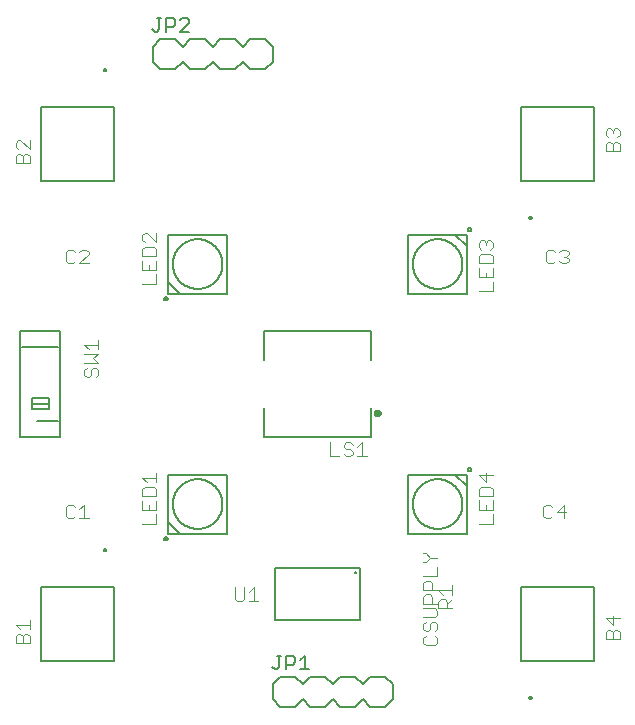
<source format=gbr>
G04 EAGLE Gerber RS-274X export*
G75*
%MOMM*%
%FSLAX34Y34*%
%LPD*%
%INSilkscreen Top*%
%IPPOS*%
%AMOC8*
5,1,8,0,0,1.08239X$1,22.5*%
G01*
%ADD10C,0.101600*%
%ADD11C,0.203200*%
%ADD12C,0.127000*%
%ADD13C,0.300000*%
%ADD14C,0.200000*%


D10*
X99216Y200753D02*
X97267Y202702D01*
X93369Y202702D01*
X91420Y200753D01*
X91420Y192957D01*
X93369Y191008D01*
X97267Y191008D01*
X99216Y192957D01*
X103114Y198804D02*
X107012Y202702D01*
X107012Y191008D01*
X103114Y191008D02*
X110910Y191008D01*
X99216Y416653D02*
X97267Y418602D01*
X93369Y418602D01*
X91420Y416653D01*
X91420Y408857D01*
X93369Y406908D01*
X97267Y406908D01*
X99216Y408857D01*
X103114Y406908D02*
X110910Y406908D01*
X103114Y406908D02*
X110910Y414704D01*
X110910Y416653D01*
X108961Y418602D01*
X105063Y418602D01*
X103114Y416653D01*
X503667Y418602D02*
X505616Y416653D01*
X503667Y418602D02*
X499769Y418602D01*
X497820Y416653D01*
X497820Y408857D01*
X499769Y406908D01*
X503667Y406908D01*
X505616Y408857D01*
X509514Y416653D02*
X511463Y418602D01*
X515361Y418602D01*
X517310Y416653D01*
X517310Y414704D01*
X515361Y412755D01*
X513412Y412755D01*
X515361Y412755D02*
X517310Y410806D01*
X517310Y408857D01*
X515361Y406908D01*
X511463Y406908D01*
X509514Y408857D01*
X501655Y202702D02*
X503604Y200753D01*
X501655Y202702D02*
X497757Y202702D01*
X495808Y200753D01*
X495808Y192957D01*
X497757Y191008D01*
X501655Y191008D01*
X503604Y192957D01*
X513349Y191008D02*
X513349Y202702D01*
X507502Y196855D01*
X515298Y196855D01*
X396147Y91546D02*
X394198Y89597D01*
X394198Y85699D01*
X396147Y83750D01*
X403943Y83750D01*
X405892Y85699D01*
X405892Y89597D01*
X403943Y91546D01*
X394198Y101291D02*
X396147Y103240D01*
X394198Y101291D02*
X394198Y97393D01*
X396147Y95444D01*
X398096Y95444D01*
X400045Y97393D01*
X400045Y101291D01*
X401994Y103240D01*
X403943Y103240D01*
X405892Y101291D01*
X405892Y97393D01*
X403943Y95444D01*
X403943Y107138D02*
X394198Y107138D01*
X403943Y107138D02*
X405892Y109087D01*
X405892Y112985D01*
X403943Y114934D01*
X394198Y114934D01*
X394198Y118832D02*
X405892Y118832D01*
X394198Y118832D02*
X394198Y124679D01*
X396147Y126628D01*
X400045Y126628D01*
X401994Y124679D01*
X401994Y118832D01*
X405892Y130526D02*
X394198Y130526D01*
X394198Y136373D01*
X396147Y138322D01*
X400045Y138322D01*
X401994Y136373D01*
X401994Y130526D01*
X405892Y142220D02*
X394198Y142220D01*
X405892Y142220D02*
X405892Y150016D01*
X396147Y153914D02*
X394198Y153914D01*
X396147Y153914D02*
X400045Y157812D01*
X396147Y161710D01*
X394198Y161710D01*
X400045Y157812D02*
X405892Y157812D01*
D11*
X361950Y57150D02*
X349250Y57150D01*
X361950Y57150D02*
X368300Y50800D01*
X368300Y38100D02*
X361950Y31750D01*
X323850Y57150D02*
X317500Y50800D01*
X323850Y57150D02*
X336550Y57150D01*
X342900Y50800D01*
X342900Y38100D02*
X336550Y31750D01*
X323850Y31750D01*
X317500Y38100D01*
X342900Y50800D02*
X349250Y57150D01*
X342900Y38100D02*
X349250Y31750D01*
X361950Y31750D01*
X285750Y57150D02*
X273050Y57150D01*
X285750Y57150D02*
X292100Y50800D01*
X292100Y38100D02*
X285750Y31750D01*
X292100Y50800D02*
X298450Y57150D01*
X311150Y57150D01*
X317500Y50800D01*
X317500Y38100D02*
X311150Y31750D01*
X298450Y31750D01*
X292100Y38100D01*
X266700Y38100D02*
X266700Y50800D01*
X273050Y57150D01*
X266700Y38100D02*
X273050Y31750D01*
X285750Y31750D01*
X368300Y38100D02*
X368300Y50800D01*
D12*
X268480Y63373D02*
X266573Y65280D01*
X268480Y63373D02*
X270386Y63373D01*
X272293Y65280D01*
X272293Y74813D01*
X270386Y74813D02*
X274200Y74813D01*
X278267Y74813D02*
X278267Y63373D01*
X278267Y74813D02*
X283987Y74813D01*
X285893Y72906D01*
X285893Y69093D01*
X283987Y67186D01*
X278267Y67186D01*
X289961Y71000D02*
X293774Y74813D01*
X293774Y63373D01*
X289961Y63373D02*
X297587Y63373D01*
X228200Y178200D02*
X228200Y228200D01*
X228200Y178200D02*
X188200Y178200D01*
X178200Y178200D01*
X178200Y188200D01*
X178200Y228200D01*
X228200Y228200D01*
X178200Y188200D02*
X188200Y178200D01*
X174906Y173860D02*
X174908Y173935D01*
X174914Y174009D01*
X174924Y174083D01*
X174937Y174156D01*
X174955Y174229D01*
X174976Y174300D01*
X175001Y174371D01*
X175030Y174440D01*
X175063Y174507D01*
X175099Y174572D01*
X175138Y174636D01*
X175180Y174697D01*
X175226Y174756D01*
X175275Y174813D01*
X175327Y174866D01*
X175381Y174917D01*
X175438Y174966D01*
X175498Y175010D01*
X175560Y175052D01*
X175624Y175091D01*
X175690Y175126D01*
X175757Y175157D01*
X175827Y175185D01*
X175897Y175209D01*
X175969Y175230D01*
X176042Y175246D01*
X176115Y175259D01*
X176190Y175268D01*
X176264Y175273D01*
X176339Y175274D01*
X176413Y175271D01*
X176488Y175264D01*
X176561Y175253D01*
X176635Y175239D01*
X176707Y175220D01*
X176778Y175198D01*
X176848Y175172D01*
X176917Y175142D01*
X176983Y175109D01*
X177048Y175072D01*
X177111Y175032D01*
X177172Y174988D01*
X177230Y174942D01*
X177286Y174892D01*
X177339Y174840D01*
X177390Y174785D01*
X177437Y174727D01*
X177481Y174667D01*
X177522Y174604D01*
X177560Y174540D01*
X177594Y174474D01*
X177625Y174405D01*
X177652Y174336D01*
X177675Y174265D01*
X177694Y174193D01*
X177710Y174120D01*
X177722Y174046D01*
X177730Y173972D01*
X177734Y173897D01*
X177734Y173823D01*
X177730Y173748D01*
X177722Y173674D01*
X177710Y173600D01*
X177694Y173527D01*
X177675Y173455D01*
X177652Y173384D01*
X177625Y173315D01*
X177594Y173246D01*
X177560Y173180D01*
X177522Y173116D01*
X177481Y173053D01*
X177437Y172993D01*
X177390Y172935D01*
X177339Y172880D01*
X177286Y172828D01*
X177230Y172778D01*
X177172Y172732D01*
X177111Y172688D01*
X177048Y172648D01*
X176983Y172611D01*
X176917Y172578D01*
X176848Y172548D01*
X176778Y172522D01*
X176707Y172500D01*
X176635Y172481D01*
X176561Y172467D01*
X176488Y172456D01*
X176413Y172449D01*
X176339Y172446D01*
X176264Y172447D01*
X176190Y172452D01*
X176115Y172461D01*
X176042Y172474D01*
X175969Y172490D01*
X175897Y172511D01*
X175827Y172535D01*
X175757Y172563D01*
X175690Y172594D01*
X175624Y172629D01*
X175560Y172668D01*
X175498Y172710D01*
X175438Y172754D01*
X175381Y172803D01*
X175327Y172854D01*
X175275Y172907D01*
X175226Y172964D01*
X175180Y173023D01*
X175138Y173084D01*
X175099Y173148D01*
X175063Y173213D01*
X175030Y173280D01*
X175001Y173349D01*
X174976Y173420D01*
X174955Y173491D01*
X174937Y173564D01*
X174924Y173637D01*
X174914Y173711D01*
X174908Y173785D01*
X174906Y173860D01*
X182200Y203200D02*
X182206Y203715D01*
X182225Y204230D01*
X182257Y204745D01*
X182301Y205258D01*
X182358Y205771D01*
X182427Y206281D01*
X182509Y206790D01*
X182604Y207297D01*
X182710Y207801D01*
X182829Y208303D01*
X182961Y208801D01*
X183104Y209296D01*
X183260Y209787D01*
X183428Y210275D01*
X183607Y210758D01*
X183799Y211236D01*
X184002Y211710D01*
X184216Y212179D01*
X184442Y212642D01*
X184680Y213099D01*
X184928Y213551D01*
X185188Y213996D01*
X185458Y214435D01*
X185739Y214867D01*
X186031Y215292D01*
X186333Y215710D01*
X186645Y216120D01*
X186967Y216522D01*
X187299Y216917D01*
X187640Y217303D01*
X187991Y217680D01*
X188351Y218049D01*
X188720Y218409D01*
X189097Y218760D01*
X189483Y219101D01*
X189878Y219433D01*
X190280Y219755D01*
X190690Y220067D01*
X191108Y220369D01*
X191533Y220661D01*
X191965Y220942D01*
X192404Y221212D01*
X192849Y221472D01*
X193301Y221720D01*
X193758Y221958D01*
X194221Y222184D01*
X194690Y222398D01*
X195164Y222601D01*
X195642Y222793D01*
X196125Y222972D01*
X196613Y223140D01*
X197104Y223296D01*
X197599Y223439D01*
X198097Y223571D01*
X198599Y223690D01*
X199103Y223796D01*
X199610Y223891D01*
X200119Y223973D01*
X200629Y224042D01*
X201142Y224099D01*
X201655Y224143D01*
X202170Y224175D01*
X202685Y224194D01*
X203200Y224200D01*
X203715Y224194D01*
X204230Y224175D01*
X204745Y224143D01*
X205258Y224099D01*
X205771Y224042D01*
X206281Y223973D01*
X206790Y223891D01*
X207297Y223796D01*
X207801Y223690D01*
X208303Y223571D01*
X208801Y223439D01*
X209296Y223296D01*
X209787Y223140D01*
X210275Y222972D01*
X210758Y222793D01*
X211236Y222601D01*
X211710Y222398D01*
X212179Y222184D01*
X212642Y221958D01*
X213099Y221720D01*
X213551Y221472D01*
X213996Y221212D01*
X214435Y220942D01*
X214867Y220661D01*
X215292Y220369D01*
X215710Y220067D01*
X216120Y219755D01*
X216522Y219433D01*
X216917Y219101D01*
X217303Y218760D01*
X217680Y218409D01*
X218049Y218049D01*
X218409Y217680D01*
X218760Y217303D01*
X219101Y216917D01*
X219433Y216522D01*
X219755Y216120D01*
X220067Y215710D01*
X220369Y215292D01*
X220661Y214867D01*
X220942Y214435D01*
X221212Y213996D01*
X221472Y213551D01*
X221720Y213099D01*
X221958Y212642D01*
X222184Y212179D01*
X222398Y211710D01*
X222601Y211236D01*
X222793Y210758D01*
X222972Y210275D01*
X223140Y209787D01*
X223296Y209296D01*
X223439Y208801D01*
X223571Y208303D01*
X223690Y207801D01*
X223796Y207297D01*
X223891Y206790D01*
X223973Y206281D01*
X224042Y205771D01*
X224099Y205258D01*
X224143Y204745D01*
X224175Y204230D01*
X224194Y203715D01*
X224200Y203200D01*
X224194Y202685D01*
X224175Y202170D01*
X224143Y201655D01*
X224099Y201142D01*
X224042Y200629D01*
X223973Y200119D01*
X223891Y199610D01*
X223796Y199103D01*
X223690Y198599D01*
X223571Y198097D01*
X223439Y197599D01*
X223296Y197104D01*
X223140Y196613D01*
X222972Y196125D01*
X222793Y195642D01*
X222601Y195164D01*
X222398Y194690D01*
X222184Y194221D01*
X221958Y193758D01*
X221720Y193301D01*
X221472Y192849D01*
X221212Y192404D01*
X220942Y191965D01*
X220661Y191533D01*
X220369Y191108D01*
X220067Y190690D01*
X219755Y190280D01*
X219433Y189878D01*
X219101Y189483D01*
X218760Y189097D01*
X218409Y188720D01*
X218049Y188351D01*
X217680Y187991D01*
X217303Y187640D01*
X216917Y187299D01*
X216522Y186967D01*
X216120Y186645D01*
X215710Y186333D01*
X215292Y186031D01*
X214867Y185739D01*
X214435Y185458D01*
X213996Y185188D01*
X213551Y184928D01*
X213099Y184680D01*
X212642Y184442D01*
X212179Y184216D01*
X211710Y184002D01*
X211236Y183799D01*
X210758Y183607D01*
X210275Y183428D01*
X209787Y183260D01*
X209296Y183104D01*
X208801Y182961D01*
X208303Y182829D01*
X207801Y182710D01*
X207297Y182604D01*
X206790Y182509D01*
X206281Y182427D01*
X205771Y182358D01*
X205258Y182301D01*
X204745Y182257D01*
X204230Y182225D01*
X203715Y182206D01*
X203200Y182200D01*
X202685Y182206D01*
X202170Y182225D01*
X201655Y182257D01*
X201142Y182301D01*
X200629Y182358D01*
X200119Y182427D01*
X199610Y182509D01*
X199103Y182604D01*
X198599Y182710D01*
X198097Y182829D01*
X197599Y182961D01*
X197104Y183104D01*
X196613Y183260D01*
X196125Y183428D01*
X195642Y183607D01*
X195164Y183799D01*
X194690Y184002D01*
X194221Y184216D01*
X193758Y184442D01*
X193301Y184680D01*
X192849Y184928D01*
X192404Y185188D01*
X191965Y185458D01*
X191533Y185739D01*
X191108Y186031D01*
X190690Y186333D01*
X190280Y186645D01*
X189878Y186967D01*
X189483Y187299D01*
X189097Y187640D01*
X188720Y187991D01*
X188351Y188351D01*
X187991Y188720D01*
X187640Y189097D01*
X187299Y189483D01*
X186967Y189878D01*
X186645Y190280D01*
X186333Y190690D01*
X186031Y191108D01*
X185739Y191533D01*
X185458Y191965D01*
X185188Y192404D01*
X184928Y192849D01*
X184680Y193301D01*
X184442Y193758D01*
X184216Y194221D01*
X184002Y194690D01*
X183799Y195164D01*
X183607Y195642D01*
X183428Y196125D01*
X183260Y196613D01*
X183104Y197104D01*
X182961Y197599D01*
X182829Y198097D01*
X182710Y198599D01*
X182604Y199103D01*
X182509Y199610D01*
X182427Y200119D01*
X182358Y200629D01*
X182301Y201142D01*
X182257Y201655D01*
X182225Y202170D01*
X182206Y202685D01*
X182200Y203200D01*
D10*
X168192Y186632D02*
X156498Y186632D01*
X168192Y186632D02*
X168192Y194428D01*
X156498Y198326D02*
X156498Y206122D01*
X156498Y198326D02*
X168192Y198326D01*
X168192Y206122D01*
X162345Y202224D02*
X162345Y198326D01*
X156498Y210020D02*
X168192Y210020D01*
X168192Y215867D01*
X166243Y217816D01*
X158447Y217816D01*
X156498Y215867D01*
X156498Y210020D01*
X160396Y221714D02*
X156498Y225612D01*
X168192Y225612D01*
X168192Y221714D02*
X168192Y229510D01*
D12*
X228200Y381400D02*
X228200Y431400D01*
X228200Y381400D02*
X188200Y381400D01*
X178200Y381400D01*
X178200Y391400D01*
X178200Y431400D01*
X228200Y431400D01*
X178200Y391400D02*
X188200Y381400D01*
X174906Y377060D02*
X174908Y377135D01*
X174914Y377209D01*
X174924Y377283D01*
X174937Y377356D01*
X174955Y377429D01*
X174976Y377500D01*
X175001Y377571D01*
X175030Y377640D01*
X175063Y377707D01*
X175099Y377772D01*
X175138Y377836D01*
X175180Y377897D01*
X175226Y377956D01*
X175275Y378013D01*
X175327Y378066D01*
X175381Y378117D01*
X175438Y378166D01*
X175498Y378210D01*
X175560Y378252D01*
X175624Y378291D01*
X175690Y378326D01*
X175757Y378357D01*
X175827Y378385D01*
X175897Y378409D01*
X175969Y378430D01*
X176042Y378446D01*
X176115Y378459D01*
X176190Y378468D01*
X176264Y378473D01*
X176339Y378474D01*
X176413Y378471D01*
X176488Y378464D01*
X176561Y378453D01*
X176635Y378439D01*
X176707Y378420D01*
X176778Y378398D01*
X176848Y378372D01*
X176917Y378342D01*
X176983Y378309D01*
X177048Y378272D01*
X177111Y378232D01*
X177172Y378188D01*
X177230Y378142D01*
X177286Y378092D01*
X177339Y378040D01*
X177390Y377985D01*
X177437Y377927D01*
X177481Y377867D01*
X177522Y377804D01*
X177560Y377740D01*
X177594Y377674D01*
X177625Y377605D01*
X177652Y377536D01*
X177675Y377465D01*
X177694Y377393D01*
X177710Y377320D01*
X177722Y377246D01*
X177730Y377172D01*
X177734Y377097D01*
X177734Y377023D01*
X177730Y376948D01*
X177722Y376874D01*
X177710Y376800D01*
X177694Y376727D01*
X177675Y376655D01*
X177652Y376584D01*
X177625Y376515D01*
X177594Y376446D01*
X177560Y376380D01*
X177522Y376316D01*
X177481Y376253D01*
X177437Y376193D01*
X177390Y376135D01*
X177339Y376080D01*
X177286Y376028D01*
X177230Y375978D01*
X177172Y375932D01*
X177111Y375888D01*
X177048Y375848D01*
X176983Y375811D01*
X176917Y375778D01*
X176848Y375748D01*
X176778Y375722D01*
X176707Y375700D01*
X176635Y375681D01*
X176561Y375667D01*
X176488Y375656D01*
X176413Y375649D01*
X176339Y375646D01*
X176264Y375647D01*
X176190Y375652D01*
X176115Y375661D01*
X176042Y375674D01*
X175969Y375690D01*
X175897Y375711D01*
X175827Y375735D01*
X175757Y375763D01*
X175690Y375794D01*
X175624Y375829D01*
X175560Y375868D01*
X175498Y375910D01*
X175438Y375954D01*
X175381Y376003D01*
X175327Y376054D01*
X175275Y376107D01*
X175226Y376164D01*
X175180Y376223D01*
X175138Y376284D01*
X175099Y376348D01*
X175063Y376413D01*
X175030Y376480D01*
X175001Y376549D01*
X174976Y376620D01*
X174955Y376691D01*
X174937Y376764D01*
X174924Y376837D01*
X174914Y376911D01*
X174908Y376985D01*
X174906Y377060D01*
X182200Y406400D02*
X182206Y406915D01*
X182225Y407430D01*
X182257Y407945D01*
X182301Y408458D01*
X182358Y408971D01*
X182427Y409481D01*
X182509Y409990D01*
X182604Y410497D01*
X182710Y411001D01*
X182829Y411503D01*
X182961Y412001D01*
X183104Y412496D01*
X183260Y412987D01*
X183428Y413475D01*
X183607Y413958D01*
X183799Y414436D01*
X184002Y414910D01*
X184216Y415379D01*
X184442Y415842D01*
X184680Y416299D01*
X184928Y416751D01*
X185188Y417196D01*
X185458Y417635D01*
X185739Y418067D01*
X186031Y418492D01*
X186333Y418910D01*
X186645Y419320D01*
X186967Y419722D01*
X187299Y420117D01*
X187640Y420503D01*
X187991Y420880D01*
X188351Y421249D01*
X188720Y421609D01*
X189097Y421960D01*
X189483Y422301D01*
X189878Y422633D01*
X190280Y422955D01*
X190690Y423267D01*
X191108Y423569D01*
X191533Y423861D01*
X191965Y424142D01*
X192404Y424412D01*
X192849Y424672D01*
X193301Y424920D01*
X193758Y425158D01*
X194221Y425384D01*
X194690Y425598D01*
X195164Y425801D01*
X195642Y425993D01*
X196125Y426172D01*
X196613Y426340D01*
X197104Y426496D01*
X197599Y426639D01*
X198097Y426771D01*
X198599Y426890D01*
X199103Y426996D01*
X199610Y427091D01*
X200119Y427173D01*
X200629Y427242D01*
X201142Y427299D01*
X201655Y427343D01*
X202170Y427375D01*
X202685Y427394D01*
X203200Y427400D01*
X203715Y427394D01*
X204230Y427375D01*
X204745Y427343D01*
X205258Y427299D01*
X205771Y427242D01*
X206281Y427173D01*
X206790Y427091D01*
X207297Y426996D01*
X207801Y426890D01*
X208303Y426771D01*
X208801Y426639D01*
X209296Y426496D01*
X209787Y426340D01*
X210275Y426172D01*
X210758Y425993D01*
X211236Y425801D01*
X211710Y425598D01*
X212179Y425384D01*
X212642Y425158D01*
X213099Y424920D01*
X213551Y424672D01*
X213996Y424412D01*
X214435Y424142D01*
X214867Y423861D01*
X215292Y423569D01*
X215710Y423267D01*
X216120Y422955D01*
X216522Y422633D01*
X216917Y422301D01*
X217303Y421960D01*
X217680Y421609D01*
X218049Y421249D01*
X218409Y420880D01*
X218760Y420503D01*
X219101Y420117D01*
X219433Y419722D01*
X219755Y419320D01*
X220067Y418910D01*
X220369Y418492D01*
X220661Y418067D01*
X220942Y417635D01*
X221212Y417196D01*
X221472Y416751D01*
X221720Y416299D01*
X221958Y415842D01*
X222184Y415379D01*
X222398Y414910D01*
X222601Y414436D01*
X222793Y413958D01*
X222972Y413475D01*
X223140Y412987D01*
X223296Y412496D01*
X223439Y412001D01*
X223571Y411503D01*
X223690Y411001D01*
X223796Y410497D01*
X223891Y409990D01*
X223973Y409481D01*
X224042Y408971D01*
X224099Y408458D01*
X224143Y407945D01*
X224175Y407430D01*
X224194Y406915D01*
X224200Y406400D01*
X224194Y405885D01*
X224175Y405370D01*
X224143Y404855D01*
X224099Y404342D01*
X224042Y403829D01*
X223973Y403319D01*
X223891Y402810D01*
X223796Y402303D01*
X223690Y401799D01*
X223571Y401297D01*
X223439Y400799D01*
X223296Y400304D01*
X223140Y399813D01*
X222972Y399325D01*
X222793Y398842D01*
X222601Y398364D01*
X222398Y397890D01*
X222184Y397421D01*
X221958Y396958D01*
X221720Y396501D01*
X221472Y396049D01*
X221212Y395604D01*
X220942Y395165D01*
X220661Y394733D01*
X220369Y394308D01*
X220067Y393890D01*
X219755Y393480D01*
X219433Y393078D01*
X219101Y392683D01*
X218760Y392297D01*
X218409Y391920D01*
X218049Y391551D01*
X217680Y391191D01*
X217303Y390840D01*
X216917Y390499D01*
X216522Y390167D01*
X216120Y389845D01*
X215710Y389533D01*
X215292Y389231D01*
X214867Y388939D01*
X214435Y388658D01*
X213996Y388388D01*
X213551Y388128D01*
X213099Y387880D01*
X212642Y387642D01*
X212179Y387416D01*
X211710Y387202D01*
X211236Y386999D01*
X210758Y386807D01*
X210275Y386628D01*
X209787Y386460D01*
X209296Y386304D01*
X208801Y386161D01*
X208303Y386029D01*
X207801Y385910D01*
X207297Y385804D01*
X206790Y385709D01*
X206281Y385627D01*
X205771Y385558D01*
X205258Y385501D01*
X204745Y385457D01*
X204230Y385425D01*
X203715Y385406D01*
X203200Y385400D01*
X202685Y385406D01*
X202170Y385425D01*
X201655Y385457D01*
X201142Y385501D01*
X200629Y385558D01*
X200119Y385627D01*
X199610Y385709D01*
X199103Y385804D01*
X198599Y385910D01*
X198097Y386029D01*
X197599Y386161D01*
X197104Y386304D01*
X196613Y386460D01*
X196125Y386628D01*
X195642Y386807D01*
X195164Y386999D01*
X194690Y387202D01*
X194221Y387416D01*
X193758Y387642D01*
X193301Y387880D01*
X192849Y388128D01*
X192404Y388388D01*
X191965Y388658D01*
X191533Y388939D01*
X191108Y389231D01*
X190690Y389533D01*
X190280Y389845D01*
X189878Y390167D01*
X189483Y390499D01*
X189097Y390840D01*
X188720Y391191D01*
X188351Y391551D01*
X187991Y391920D01*
X187640Y392297D01*
X187299Y392683D01*
X186967Y393078D01*
X186645Y393480D01*
X186333Y393890D01*
X186031Y394308D01*
X185739Y394733D01*
X185458Y395165D01*
X185188Y395604D01*
X184928Y396049D01*
X184680Y396501D01*
X184442Y396958D01*
X184216Y397421D01*
X184002Y397890D01*
X183799Y398364D01*
X183607Y398842D01*
X183428Y399325D01*
X183260Y399813D01*
X183104Y400304D01*
X182961Y400799D01*
X182829Y401297D01*
X182710Y401799D01*
X182604Y402303D01*
X182509Y402810D01*
X182427Y403319D01*
X182358Y403829D01*
X182301Y404342D01*
X182257Y404855D01*
X182225Y405370D01*
X182206Y405885D01*
X182200Y406400D01*
D10*
X168192Y389832D02*
X156498Y389832D01*
X168192Y389832D02*
X168192Y397628D01*
X156498Y401526D02*
X156498Y409322D01*
X156498Y401526D02*
X168192Y401526D01*
X168192Y409322D01*
X162345Y405424D02*
X162345Y401526D01*
X156498Y413220D02*
X168192Y413220D01*
X168192Y419067D01*
X166243Y421016D01*
X158447Y421016D01*
X156498Y419067D01*
X156498Y413220D01*
X168192Y424914D02*
X168192Y432710D01*
X168192Y424914D02*
X160396Y432710D01*
X158447Y432710D01*
X156498Y430761D01*
X156498Y426863D01*
X158447Y424914D01*
D12*
X381400Y431400D02*
X381400Y381400D01*
X381400Y431400D02*
X421400Y431400D01*
X431400Y431400D01*
X431400Y421400D01*
X431400Y381400D01*
X381400Y381400D01*
X431400Y421400D02*
X421400Y431400D01*
X431866Y435740D02*
X431868Y435815D01*
X431874Y435889D01*
X431884Y435963D01*
X431897Y436036D01*
X431915Y436109D01*
X431936Y436180D01*
X431961Y436251D01*
X431990Y436320D01*
X432023Y436387D01*
X432059Y436452D01*
X432098Y436516D01*
X432140Y436577D01*
X432186Y436636D01*
X432235Y436693D01*
X432287Y436746D01*
X432341Y436797D01*
X432398Y436846D01*
X432458Y436890D01*
X432520Y436932D01*
X432584Y436971D01*
X432650Y437006D01*
X432717Y437037D01*
X432787Y437065D01*
X432857Y437089D01*
X432929Y437110D01*
X433002Y437126D01*
X433075Y437139D01*
X433150Y437148D01*
X433224Y437153D01*
X433299Y437154D01*
X433373Y437151D01*
X433448Y437144D01*
X433521Y437133D01*
X433595Y437119D01*
X433667Y437100D01*
X433738Y437078D01*
X433808Y437052D01*
X433877Y437022D01*
X433943Y436989D01*
X434008Y436952D01*
X434071Y436912D01*
X434132Y436868D01*
X434190Y436822D01*
X434246Y436772D01*
X434299Y436720D01*
X434350Y436665D01*
X434397Y436607D01*
X434441Y436547D01*
X434482Y436484D01*
X434520Y436420D01*
X434554Y436354D01*
X434585Y436285D01*
X434612Y436216D01*
X434635Y436145D01*
X434654Y436073D01*
X434670Y436000D01*
X434682Y435926D01*
X434690Y435852D01*
X434694Y435777D01*
X434694Y435703D01*
X434690Y435628D01*
X434682Y435554D01*
X434670Y435480D01*
X434654Y435407D01*
X434635Y435335D01*
X434612Y435264D01*
X434585Y435195D01*
X434554Y435126D01*
X434520Y435060D01*
X434482Y434996D01*
X434441Y434933D01*
X434397Y434873D01*
X434350Y434815D01*
X434299Y434760D01*
X434246Y434708D01*
X434190Y434658D01*
X434132Y434612D01*
X434071Y434568D01*
X434008Y434528D01*
X433943Y434491D01*
X433877Y434458D01*
X433808Y434428D01*
X433738Y434402D01*
X433667Y434380D01*
X433595Y434361D01*
X433521Y434347D01*
X433448Y434336D01*
X433373Y434329D01*
X433299Y434326D01*
X433224Y434327D01*
X433150Y434332D01*
X433075Y434341D01*
X433002Y434354D01*
X432929Y434370D01*
X432857Y434391D01*
X432787Y434415D01*
X432717Y434443D01*
X432650Y434474D01*
X432584Y434509D01*
X432520Y434548D01*
X432458Y434590D01*
X432398Y434634D01*
X432341Y434683D01*
X432287Y434734D01*
X432235Y434787D01*
X432186Y434844D01*
X432140Y434903D01*
X432098Y434964D01*
X432059Y435028D01*
X432023Y435093D01*
X431990Y435160D01*
X431961Y435229D01*
X431936Y435300D01*
X431915Y435371D01*
X431897Y435444D01*
X431884Y435517D01*
X431874Y435591D01*
X431868Y435665D01*
X431866Y435740D01*
X385400Y406400D02*
X385406Y406915D01*
X385425Y407430D01*
X385457Y407945D01*
X385501Y408458D01*
X385558Y408971D01*
X385627Y409481D01*
X385709Y409990D01*
X385804Y410497D01*
X385910Y411001D01*
X386029Y411503D01*
X386161Y412001D01*
X386304Y412496D01*
X386460Y412987D01*
X386628Y413475D01*
X386807Y413958D01*
X386999Y414436D01*
X387202Y414910D01*
X387416Y415379D01*
X387642Y415842D01*
X387880Y416299D01*
X388128Y416751D01*
X388388Y417196D01*
X388658Y417635D01*
X388939Y418067D01*
X389231Y418492D01*
X389533Y418910D01*
X389845Y419320D01*
X390167Y419722D01*
X390499Y420117D01*
X390840Y420503D01*
X391191Y420880D01*
X391551Y421249D01*
X391920Y421609D01*
X392297Y421960D01*
X392683Y422301D01*
X393078Y422633D01*
X393480Y422955D01*
X393890Y423267D01*
X394308Y423569D01*
X394733Y423861D01*
X395165Y424142D01*
X395604Y424412D01*
X396049Y424672D01*
X396501Y424920D01*
X396958Y425158D01*
X397421Y425384D01*
X397890Y425598D01*
X398364Y425801D01*
X398842Y425993D01*
X399325Y426172D01*
X399813Y426340D01*
X400304Y426496D01*
X400799Y426639D01*
X401297Y426771D01*
X401799Y426890D01*
X402303Y426996D01*
X402810Y427091D01*
X403319Y427173D01*
X403829Y427242D01*
X404342Y427299D01*
X404855Y427343D01*
X405370Y427375D01*
X405885Y427394D01*
X406400Y427400D01*
X406915Y427394D01*
X407430Y427375D01*
X407945Y427343D01*
X408458Y427299D01*
X408971Y427242D01*
X409481Y427173D01*
X409990Y427091D01*
X410497Y426996D01*
X411001Y426890D01*
X411503Y426771D01*
X412001Y426639D01*
X412496Y426496D01*
X412987Y426340D01*
X413475Y426172D01*
X413958Y425993D01*
X414436Y425801D01*
X414910Y425598D01*
X415379Y425384D01*
X415842Y425158D01*
X416299Y424920D01*
X416751Y424672D01*
X417196Y424412D01*
X417635Y424142D01*
X418067Y423861D01*
X418492Y423569D01*
X418910Y423267D01*
X419320Y422955D01*
X419722Y422633D01*
X420117Y422301D01*
X420503Y421960D01*
X420880Y421609D01*
X421249Y421249D01*
X421609Y420880D01*
X421960Y420503D01*
X422301Y420117D01*
X422633Y419722D01*
X422955Y419320D01*
X423267Y418910D01*
X423569Y418492D01*
X423861Y418067D01*
X424142Y417635D01*
X424412Y417196D01*
X424672Y416751D01*
X424920Y416299D01*
X425158Y415842D01*
X425384Y415379D01*
X425598Y414910D01*
X425801Y414436D01*
X425993Y413958D01*
X426172Y413475D01*
X426340Y412987D01*
X426496Y412496D01*
X426639Y412001D01*
X426771Y411503D01*
X426890Y411001D01*
X426996Y410497D01*
X427091Y409990D01*
X427173Y409481D01*
X427242Y408971D01*
X427299Y408458D01*
X427343Y407945D01*
X427375Y407430D01*
X427394Y406915D01*
X427400Y406400D01*
X427394Y405885D01*
X427375Y405370D01*
X427343Y404855D01*
X427299Y404342D01*
X427242Y403829D01*
X427173Y403319D01*
X427091Y402810D01*
X426996Y402303D01*
X426890Y401799D01*
X426771Y401297D01*
X426639Y400799D01*
X426496Y400304D01*
X426340Y399813D01*
X426172Y399325D01*
X425993Y398842D01*
X425801Y398364D01*
X425598Y397890D01*
X425384Y397421D01*
X425158Y396958D01*
X424920Y396501D01*
X424672Y396049D01*
X424412Y395604D01*
X424142Y395165D01*
X423861Y394733D01*
X423569Y394308D01*
X423267Y393890D01*
X422955Y393480D01*
X422633Y393078D01*
X422301Y392683D01*
X421960Y392297D01*
X421609Y391920D01*
X421249Y391551D01*
X420880Y391191D01*
X420503Y390840D01*
X420117Y390499D01*
X419722Y390167D01*
X419320Y389845D01*
X418910Y389533D01*
X418492Y389231D01*
X418067Y388939D01*
X417635Y388658D01*
X417196Y388388D01*
X416751Y388128D01*
X416299Y387880D01*
X415842Y387642D01*
X415379Y387416D01*
X414910Y387202D01*
X414436Y386999D01*
X413958Y386807D01*
X413475Y386628D01*
X412987Y386460D01*
X412496Y386304D01*
X412001Y386161D01*
X411503Y386029D01*
X411001Y385910D01*
X410497Y385804D01*
X409990Y385709D01*
X409481Y385627D01*
X408971Y385558D01*
X408458Y385501D01*
X407945Y385457D01*
X407430Y385425D01*
X406915Y385406D01*
X406400Y385400D01*
X405885Y385406D01*
X405370Y385425D01*
X404855Y385457D01*
X404342Y385501D01*
X403829Y385558D01*
X403319Y385627D01*
X402810Y385709D01*
X402303Y385804D01*
X401799Y385910D01*
X401297Y386029D01*
X400799Y386161D01*
X400304Y386304D01*
X399813Y386460D01*
X399325Y386628D01*
X398842Y386807D01*
X398364Y386999D01*
X397890Y387202D01*
X397421Y387416D01*
X396958Y387642D01*
X396501Y387880D01*
X396049Y388128D01*
X395604Y388388D01*
X395165Y388658D01*
X394733Y388939D01*
X394308Y389231D01*
X393890Y389533D01*
X393480Y389845D01*
X393078Y390167D01*
X392683Y390499D01*
X392297Y390840D01*
X391920Y391191D01*
X391551Y391551D01*
X391191Y391920D01*
X390840Y392297D01*
X390499Y392683D01*
X390167Y393078D01*
X389845Y393480D01*
X389533Y393890D01*
X389231Y394308D01*
X388939Y394733D01*
X388658Y395165D01*
X388388Y395604D01*
X388128Y396049D01*
X387880Y396501D01*
X387642Y396958D01*
X387416Y397421D01*
X387202Y397890D01*
X386999Y398364D01*
X386807Y398842D01*
X386628Y399325D01*
X386460Y399813D01*
X386304Y400304D01*
X386161Y400799D01*
X386029Y401297D01*
X385910Y401799D01*
X385804Y402303D01*
X385709Y402810D01*
X385627Y403319D01*
X385558Y403829D01*
X385501Y404342D01*
X385457Y404855D01*
X385425Y405370D01*
X385406Y405885D01*
X385400Y406400D01*
D10*
X441398Y383558D02*
X453092Y383558D01*
X453092Y391354D01*
X441398Y395252D02*
X441398Y403048D01*
X441398Y395252D02*
X453092Y395252D01*
X453092Y403048D01*
X447245Y399150D02*
X447245Y395252D01*
X441398Y406946D02*
X453092Y406946D01*
X453092Y412793D01*
X451143Y414742D01*
X443347Y414742D01*
X441398Y412793D01*
X441398Y406946D01*
X443347Y418640D02*
X441398Y420589D01*
X441398Y424487D01*
X443347Y426436D01*
X445296Y426436D01*
X447245Y424487D01*
X447245Y422538D01*
X447245Y424487D02*
X449194Y426436D01*
X451143Y426436D01*
X453092Y424487D01*
X453092Y420589D01*
X451143Y418640D01*
D12*
X381400Y228200D02*
X381400Y178200D01*
X381400Y228200D02*
X421400Y228200D01*
X431400Y228200D01*
X431400Y218200D01*
X431400Y178200D01*
X381400Y178200D01*
X431400Y218200D02*
X421400Y228200D01*
X431866Y232540D02*
X431868Y232615D01*
X431874Y232689D01*
X431884Y232763D01*
X431897Y232836D01*
X431915Y232909D01*
X431936Y232980D01*
X431961Y233051D01*
X431990Y233120D01*
X432023Y233187D01*
X432059Y233252D01*
X432098Y233316D01*
X432140Y233377D01*
X432186Y233436D01*
X432235Y233493D01*
X432287Y233546D01*
X432341Y233597D01*
X432398Y233646D01*
X432458Y233690D01*
X432520Y233732D01*
X432584Y233771D01*
X432650Y233806D01*
X432717Y233837D01*
X432787Y233865D01*
X432857Y233889D01*
X432929Y233910D01*
X433002Y233926D01*
X433075Y233939D01*
X433150Y233948D01*
X433224Y233953D01*
X433299Y233954D01*
X433373Y233951D01*
X433448Y233944D01*
X433521Y233933D01*
X433595Y233919D01*
X433667Y233900D01*
X433738Y233878D01*
X433808Y233852D01*
X433877Y233822D01*
X433943Y233789D01*
X434008Y233752D01*
X434071Y233712D01*
X434132Y233668D01*
X434190Y233622D01*
X434246Y233572D01*
X434299Y233520D01*
X434350Y233465D01*
X434397Y233407D01*
X434441Y233347D01*
X434482Y233284D01*
X434520Y233220D01*
X434554Y233154D01*
X434585Y233085D01*
X434612Y233016D01*
X434635Y232945D01*
X434654Y232873D01*
X434670Y232800D01*
X434682Y232726D01*
X434690Y232652D01*
X434694Y232577D01*
X434694Y232503D01*
X434690Y232428D01*
X434682Y232354D01*
X434670Y232280D01*
X434654Y232207D01*
X434635Y232135D01*
X434612Y232064D01*
X434585Y231995D01*
X434554Y231926D01*
X434520Y231860D01*
X434482Y231796D01*
X434441Y231733D01*
X434397Y231673D01*
X434350Y231615D01*
X434299Y231560D01*
X434246Y231508D01*
X434190Y231458D01*
X434132Y231412D01*
X434071Y231368D01*
X434008Y231328D01*
X433943Y231291D01*
X433877Y231258D01*
X433808Y231228D01*
X433738Y231202D01*
X433667Y231180D01*
X433595Y231161D01*
X433521Y231147D01*
X433448Y231136D01*
X433373Y231129D01*
X433299Y231126D01*
X433224Y231127D01*
X433150Y231132D01*
X433075Y231141D01*
X433002Y231154D01*
X432929Y231170D01*
X432857Y231191D01*
X432787Y231215D01*
X432717Y231243D01*
X432650Y231274D01*
X432584Y231309D01*
X432520Y231348D01*
X432458Y231390D01*
X432398Y231434D01*
X432341Y231483D01*
X432287Y231534D01*
X432235Y231587D01*
X432186Y231644D01*
X432140Y231703D01*
X432098Y231764D01*
X432059Y231828D01*
X432023Y231893D01*
X431990Y231960D01*
X431961Y232029D01*
X431936Y232100D01*
X431915Y232171D01*
X431897Y232244D01*
X431884Y232317D01*
X431874Y232391D01*
X431868Y232465D01*
X431866Y232540D01*
X385400Y203200D02*
X385406Y203715D01*
X385425Y204230D01*
X385457Y204745D01*
X385501Y205258D01*
X385558Y205771D01*
X385627Y206281D01*
X385709Y206790D01*
X385804Y207297D01*
X385910Y207801D01*
X386029Y208303D01*
X386161Y208801D01*
X386304Y209296D01*
X386460Y209787D01*
X386628Y210275D01*
X386807Y210758D01*
X386999Y211236D01*
X387202Y211710D01*
X387416Y212179D01*
X387642Y212642D01*
X387880Y213099D01*
X388128Y213551D01*
X388388Y213996D01*
X388658Y214435D01*
X388939Y214867D01*
X389231Y215292D01*
X389533Y215710D01*
X389845Y216120D01*
X390167Y216522D01*
X390499Y216917D01*
X390840Y217303D01*
X391191Y217680D01*
X391551Y218049D01*
X391920Y218409D01*
X392297Y218760D01*
X392683Y219101D01*
X393078Y219433D01*
X393480Y219755D01*
X393890Y220067D01*
X394308Y220369D01*
X394733Y220661D01*
X395165Y220942D01*
X395604Y221212D01*
X396049Y221472D01*
X396501Y221720D01*
X396958Y221958D01*
X397421Y222184D01*
X397890Y222398D01*
X398364Y222601D01*
X398842Y222793D01*
X399325Y222972D01*
X399813Y223140D01*
X400304Y223296D01*
X400799Y223439D01*
X401297Y223571D01*
X401799Y223690D01*
X402303Y223796D01*
X402810Y223891D01*
X403319Y223973D01*
X403829Y224042D01*
X404342Y224099D01*
X404855Y224143D01*
X405370Y224175D01*
X405885Y224194D01*
X406400Y224200D01*
X406915Y224194D01*
X407430Y224175D01*
X407945Y224143D01*
X408458Y224099D01*
X408971Y224042D01*
X409481Y223973D01*
X409990Y223891D01*
X410497Y223796D01*
X411001Y223690D01*
X411503Y223571D01*
X412001Y223439D01*
X412496Y223296D01*
X412987Y223140D01*
X413475Y222972D01*
X413958Y222793D01*
X414436Y222601D01*
X414910Y222398D01*
X415379Y222184D01*
X415842Y221958D01*
X416299Y221720D01*
X416751Y221472D01*
X417196Y221212D01*
X417635Y220942D01*
X418067Y220661D01*
X418492Y220369D01*
X418910Y220067D01*
X419320Y219755D01*
X419722Y219433D01*
X420117Y219101D01*
X420503Y218760D01*
X420880Y218409D01*
X421249Y218049D01*
X421609Y217680D01*
X421960Y217303D01*
X422301Y216917D01*
X422633Y216522D01*
X422955Y216120D01*
X423267Y215710D01*
X423569Y215292D01*
X423861Y214867D01*
X424142Y214435D01*
X424412Y213996D01*
X424672Y213551D01*
X424920Y213099D01*
X425158Y212642D01*
X425384Y212179D01*
X425598Y211710D01*
X425801Y211236D01*
X425993Y210758D01*
X426172Y210275D01*
X426340Y209787D01*
X426496Y209296D01*
X426639Y208801D01*
X426771Y208303D01*
X426890Y207801D01*
X426996Y207297D01*
X427091Y206790D01*
X427173Y206281D01*
X427242Y205771D01*
X427299Y205258D01*
X427343Y204745D01*
X427375Y204230D01*
X427394Y203715D01*
X427400Y203200D01*
X427394Y202685D01*
X427375Y202170D01*
X427343Y201655D01*
X427299Y201142D01*
X427242Y200629D01*
X427173Y200119D01*
X427091Y199610D01*
X426996Y199103D01*
X426890Y198599D01*
X426771Y198097D01*
X426639Y197599D01*
X426496Y197104D01*
X426340Y196613D01*
X426172Y196125D01*
X425993Y195642D01*
X425801Y195164D01*
X425598Y194690D01*
X425384Y194221D01*
X425158Y193758D01*
X424920Y193301D01*
X424672Y192849D01*
X424412Y192404D01*
X424142Y191965D01*
X423861Y191533D01*
X423569Y191108D01*
X423267Y190690D01*
X422955Y190280D01*
X422633Y189878D01*
X422301Y189483D01*
X421960Y189097D01*
X421609Y188720D01*
X421249Y188351D01*
X420880Y187991D01*
X420503Y187640D01*
X420117Y187299D01*
X419722Y186967D01*
X419320Y186645D01*
X418910Y186333D01*
X418492Y186031D01*
X418067Y185739D01*
X417635Y185458D01*
X417196Y185188D01*
X416751Y184928D01*
X416299Y184680D01*
X415842Y184442D01*
X415379Y184216D01*
X414910Y184002D01*
X414436Y183799D01*
X413958Y183607D01*
X413475Y183428D01*
X412987Y183260D01*
X412496Y183104D01*
X412001Y182961D01*
X411503Y182829D01*
X411001Y182710D01*
X410497Y182604D01*
X409990Y182509D01*
X409481Y182427D01*
X408971Y182358D01*
X408458Y182301D01*
X407945Y182257D01*
X407430Y182225D01*
X406915Y182206D01*
X406400Y182200D01*
X405885Y182206D01*
X405370Y182225D01*
X404855Y182257D01*
X404342Y182301D01*
X403829Y182358D01*
X403319Y182427D01*
X402810Y182509D01*
X402303Y182604D01*
X401799Y182710D01*
X401297Y182829D01*
X400799Y182961D01*
X400304Y183104D01*
X399813Y183260D01*
X399325Y183428D01*
X398842Y183607D01*
X398364Y183799D01*
X397890Y184002D01*
X397421Y184216D01*
X396958Y184442D01*
X396501Y184680D01*
X396049Y184928D01*
X395604Y185188D01*
X395165Y185458D01*
X394733Y185739D01*
X394308Y186031D01*
X393890Y186333D01*
X393480Y186645D01*
X393078Y186967D01*
X392683Y187299D01*
X392297Y187640D01*
X391920Y187991D01*
X391551Y188351D01*
X391191Y188720D01*
X390840Y189097D01*
X390499Y189483D01*
X390167Y189878D01*
X389845Y190280D01*
X389533Y190690D01*
X389231Y191108D01*
X388939Y191533D01*
X388658Y191965D01*
X388388Y192404D01*
X388128Y192849D01*
X387880Y193301D01*
X387642Y193758D01*
X387416Y194221D01*
X387202Y194690D01*
X386999Y195164D01*
X386807Y195642D01*
X386628Y196125D01*
X386460Y196613D01*
X386304Y197104D01*
X386161Y197599D01*
X386029Y198097D01*
X385910Y198599D01*
X385804Y199103D01*
X385709Y199610D01*
X385627Y200119D01*
X385558Y200629D01*
X385501Y201142D01*
X385457Y201655D01*
X385425Y202170D01*
X385406Y202685D01*
X385400Y203200D01*
D10*
X441398Y186708D02*
X453092Y186708D01*
X453092Y194504D01*
X441398Y198402D02*
X441398Y206198D01*
X441398Y198402D02*
X453092Y198402D01*
X453092Y206198D01*
X447245Y202300D02*
X447245Y198402D01*
X441398Y210096D02*
X453092Y210096D01*
X453092Y215943D01*
X451143Y217892D01*
X443347Y217892D01*
X441398Y215943D01*
X441398Y210096D01*
X441398Y227637D02*
X453092Y227637D01*
X447245Y221790D02*
X441398Y227637D01*
X447245Y229586D02*
X447245Y221790D01*
X418592Y114808D02*
X406898Y114808D01*
X406898Y120655D01*
X408847Y122604D01*
X412745Y122604D01*
X414694Y120655D01*
X414694Y114808D01*
X414694Y118706D02*
X418592Y122604D01*
X410796Y126502D02*
X406898Y130400D01*
X418592Y130400D01*
X418592Y126502D02*
X418592Y134298D01*
D12*
X340549Y149001D02*
X340549Y105000D01*
X269051Y105000D01*
X269051Y149001D01*
X340549Y149001D01*
X336051Y145501D02*
X336053Y145545D01*
X336059Y145589D01*
X336069Y145632D01*
X336082Y145674D01*
X336099Y145715D01*
X336120Y145754D01*
X336144Y145791D01*
X336171Y145826D01*
X336201Y145858D01*
X336234Y145888D01*
X336270Y145914D01*
X336307Y145938D01*
X336347Y145957D01*
X336388Y145974D01*
X336431Y145986D01*
X336474Y145995D01*
X336518Y146000D01*
X336562Y146001D01*
X336606Y145998D01*
X336650Y145991D01*
X336693Y145980D01*
X336735Y145966D01*
X336775Y145948D01*
X336814Y145926D01*
X336850Y145902D01*
X336884Y145874D01*
X336916Y145843D01*
X336945Y145809D01*
X336971Y145773D01*
X336993Y145735D01*
X337012Y145695D01*
X337027Y145653D01*
X337039Y145611D01*
X337047Y145567D01*
X337051Y145523D01*
X337051Y145479D01*
X337047Y145435D01*
X337039Y145391D01*
X337027Y145349D01*
X337012Y145307D01*
X336993Y145267D01*
X336971Y145229D01*
X336945Y145193D01*
X336916Y145159D01*
X336884Y145128D01*
X336850Y145100D01*
X336814Y145076D01*
X336775Y145054D01*
X336735Y145036D01*
X336693Y145022D01*
X336650Y145011D01*
X336606Y145004D01*
X336562Y145001D01*
X336518Y145002D01*
X336474Y145007D01*
X336431Y145016D01*
X336388Y145028D01*
X336347Y145045D01*
X336307Y145064D01*
X336270Y145088D01*
X336234Y145114D01*
X336201Y145144D01*
X336171Y145176D01*
X336144Y145211D01*
X336120Y145248D01*
X336099Y145287D01*
X336082Y145328D01*
X336069Y145370D01*
X336059Y145413D01*
X336053Y145457D01*
X336051Y145501D01*
D10*
X234969Y132701D02*
X234969Y122956D01*
X236918Y121007D01*
X240816Y121007D01*
X242765Y122956D01*
X242765Y132701D01*
X246663Y128803D02*
X250561Y132701D01*
X250561Y121007D01*
X246663Y121007D02*
X254459Y121007D01*
D11*
X52850Y259800D02*
X52850Y349800D01*
X86850Y349800D01*
X86850Y259800D01*
X52850Y259800D01*
X62550Y283300D02*
X62550Y288300D01*
X62550Y293300D01*
X77150Y293300D02*
X77150Y288300D01*
X77150Y283300D01*
X62550Y283300D01*
X62550Y288300D02*
X77150Y288300D01*
X77150Y293300D02*
X62550Y293300D01*
X67550Y273300D02*
X84850Y273300D01*
X84850Y336300D02*
X54850Y336300D01*
D10*
X107178Y316713D02*
X109127Y318662D01*
X107178Y316713D02*
X107178Y312815D01*
X109127Y310866D01*
X111076Y310866D01*
X113025Y312815D01*
X113025Y316713D01*
X114974Y318662D01*
X116923Y318662D01*
X118872Y316713D01*
X118872Y312815D01*
X116923Y310866D01*
X118872Y322560D02*
X107178Y322560D01*
X114974Y326458D02*
X118872Y322560D01*
X114974Y326458D02*
X118872Y330356D01*
X107178Y330356D01*
X111076Y334254D02*
X107178Y338152D01*
X118872Y338152D01*
X118872Y334254D02*
X118872Y342050D01*
D12*
X349800Y284800D02*
X349800Y259800D01*
X259800Y259800D01*
X259800Y284800D01*
X259800Y324800D02*
X259800Y349800D01*
X349800Y349800D01*
X349800Y324800D01*
D13*
X354300Y279800D02*
X354302Y279877D01*
X354308Y279954D01*
X354318Y280031D01*
X354332Y280107D01*
X354349Y280182D01*
X354371Y280256D01*
X354396Y280329D01*
X354426Y280401D01*
X354458Y280471D01*
X354495Y280539D01*
X354534Y280605D01*
X354577Y280669D01*
X354624Y280731D01*
X354673Y280790D01*
X354726Y280847D01*
X354781Y280901D01*
X354839Y280952D01*
X354900Y281000D01*
X354963Y281045D01*
X355028Y281086D01*
X355095Y281124D01*
X355164Y281159D01*
X355235Y281189D01*
X355307Y281217D01*
X355381Y281240D01*
X355455Y281260D01*
X355531Y281276D01*
X355607Y281288D01*
X355684Y281296D01*
X355761Y281300D01*
X355839Y281300D01*
X355916Y281296D01*
X355993Y281288D01*
X356069Y281276D01*
X356145Y281260D01*
X356219Y281240D01*
X356293Y281217D01*
X356365Y281189D01*
X356436Y281159D01*
X356505Y281124D01*
X356572Y281086D01*
X356637Y281045D01*
X356700Y281000D01*
X356761Y280952D01*
X356819Y280901D01*
X356874Y280847D01*
X356927Y280790D01*
X356976Y280731D01*
X357023Y280669D01*
X357066Y280605D01*
X357105Y280539D01*
X357142Y280471D01*
X357174Y280401D01*
X357204Y280329D01*
X357229Y280256D01*
X357251Y280182D01*
X357268Y280107D01*
X357282Y280031D01*
X357292Y279954D01*
X357298Y279877D01*
X357300Y279800D01*
X357298Y279723D01*
X357292Y279646D01*
X357282Y279569D01*
X357268Y279493D01*
X357251Y279418D01*
X357229Y279344D01*
X357204Y279271D01*
X357174Y279199D01*
X357142Y279129D01*
X357105Y279061D01*
X357066Y278995D01*
X357023Y278931D01*
X356976Y278869D01*
X356927Y278810D01*
X356874Y278753D01*
X356819Y278699D01*
X356761Y278648D01*
X356700Y278600D01*
X356637Y278555D01*
X356572Y278514D01*
X356505Y278476D01*
X356436Y278441D01*
X356365Y278411D01*
X356293Y278383D01*
X356219Y278360D01*
X356145Y278340D01*
X356069Y278324D01*
X355993Y278312D01*
X355916Y278304D01*
X355839Y278300D01*
X355761Y278300D01*
X355684Y278304D01*
X355607Y278312D01*
X355531Y278324D01*
X355455Y278340D01*
X355381Y278360D01*
X355307Y278383D01*
X355235Y278411D01*
X355164Y278441D01*
X355095Y278476D01*
X355028Y278514D01*
X354963Y278555D01*
X354900Y278600D01*
X354839Y278648D01*
X354781Y278699D01*
X354726Y278753D01*
X354673Y278810D01*
X354624Y278869D01*
X354577Y278931D01*
X354534Y278995D01*
X354495Y279061D01*
X354458Y279129D01*
X354426Y279199D01*
X354396Y279271D01*
X354371Y279344D01*
X354349Y279418D01*
X354332Y279493D01*
X354318Y279569D01*
X354308Y279646D01*
X354302Y279723D01*
X354300Y279800D01*
D10*
X315040Y255431D02*
X315040Y243719D01*
X322848Y243719D01*
X334559Y253479D02*
X332607Y255431D01*
X328703Y255431D01*
X326751Y253479D01*
X326751Y251527D01*
X328703Y249575D01*
X332607Y249575D01*
X334559Y247623D01*
X334559Y245671D01*
X332607Y243719D01*
X328703Y243719D01*
X326751Y245671D01*
X338462Y251527D02*
X342366Y255431D01*
X342366Y243719D01*
X338462Y243719D02*
X346270Y243719D01*
D12*
X132600Y70600D02*
X70600Y70600D01*
X70600Y132600D01*
X132600Y132600D01*
X132600Y70600D01*
D14*
X123600Y164100D02*
X123602Y164163D01*
X123608Y164225D01*
X123618Y164287D01*
X123631Y164349D01*
X123649Y164409D01*
X123670Y164468D01*
X123695Y164526D01*
X123724Y164582D01*
X123756Y164636D01*
X123791Y164688D01*
X123829Y164737D01*
X123871Y164785D01*
X123915Y164829D01*
X123963Y164871D01*
X124012Y164909D01*
X124064Y164944D01*
X124118Y164976D01*
X124174Y165005D01*
X124232Y165030D01*
X124291Y165051D01*
X124351Y165069D01*
X124413Y165082D01*
X124475Y165092D01*
X124537Y165098D01*
X124600Y165100D01*
X124663Y165098D01*
X124725Y165092D01*
X124787Y165082D01*
X124849Y165069D01*
X124909Y165051D01*
X124968Y165030D01*
X125026Y165005D01*
X125082Y164976D01*
X125136Y164944D01*
X125188Y164909D01*
X125237Y164871D01*
X125285Y164829D01*
X125329Y164785D01*
X125371Y164737D01*
X125409Y164688D01*
X125444Y164636D01*
X125476Y164582D01*
X125505Y164526D01*
X125530Y164468D01*
X125551Y164409D01*
X125569Y164349D01*
X125582Y164287D01*
X125592Y164225D01*
X125598Y164163D01*
X125600Y164100D01*
X125598Y164037D01*
X125592Y163975D01*
X125582Y163913D01*
X125569Y163851D01*
X125551Y163791D01*
X125530Y163732D01*
X125505Y163674D01*
X125476Y163618D01*
X125444Y163564D01*
X125409Y163512D01*
X125371Y163463D01*
X125329Y163415D01*
X125285Y163371D01*
X125237Y163329D01*
X125188Y163291D01*
X125136Y163256D01*
X125082Y163224D01*
X125026Y163195D01*
X124968Y163170D01*
X124909Y163149D01*
X124849Y163131D01*
X124787Y163118D01*
X124725Y163108D01*
X124663Y163102D01*
X124600Y163100D01*
X124537Y163102D01*
X124475Y163108D01*
X124413Y163118D01*
X124351Y163131D01*
X124291Y163149D01*
X124232Y163170D01*
X124174Y163195D01*
X124118Y163224D01*
X124064Y163256D01*
X124012Y163291D01*
X123963Y163329D01*
X123915Y163371D01*
X123871Y163415D01*
X123829Y163463D01*
X123791Y163512D01*
X123756Y163564D01*
X123724Y163618D01*
X123695Y163674D01*
X123670Y163732D01*
X123649Y163791D01*
X123631Y163851D01*
X123618Y163913D01*
X123608Y163975D01*
X123602Y164037D01*
X123600Y164100D01*
D10*
X60892Y85320D02*
X49198Y85320D01*
X49198Y91167D01*
X51147Y93116D01*
X53096Y93116D01*
X55045Y91167D01*
X56994Y93116D01*
X58943Y93116D01*
X60892Y91167D01*
X60892Y85320D01*
X55045Y85320D02*
X55045Y91167D01*
X53096Y97014D02*
X49198Y100912D01*
X60892Y100912D01*
X60892Y97014D02*
X60892Y104810D01*
D12*
X70600Y477000D02*
X132600Y477000D01*
X70600Y477000D02*
X70600Y539000D01*
X132600Y539000D01*
X132600Y477000D01*
D14*
X123600Y570500D02*
X123602Y570563D01*
X123608Y570625D01*
X123618Y570687D01*
X123631Y570749D01*
X123649Y570809D01*
X123670Y570868D01*
X123695Y570926D01*
X123724Y570982D01*
X123756Y571036D01*
X123791Y571088D01*
X123829Y571137D01*
X123871Y571185D01*
X123915Y571229D01*
X123963Y571271D01*
X124012Y571309D01*
X124064Y571344D01*
X124118Y571376D01*
X124174Y571405D01*
X124232Y571430D01*
X124291Y571451D01*
X124351Y571469D01*
X124413Y571482D01*
X124475Y571492D01*
X124537Y571498D01*
X124600Y571500D01*
X124663Y571498D01*
X124725Y571492D01*
X124787Y571482D01*
X124849Y571469D01*
X124909Y571451D01*
X124968Y571430D01*
X125026Y571405D01*
X125082Y571376D01*
X125136Y571344D01*
X125188Y571309D01*
X125237Y571271D01*
X125285Y571229D01*
X125329Y571185D01*
X125371Y571137D01*
X125409Y571088D01*
X125444Y571036D01*
X125476Y570982D01*
X125505Y570926D01*
X125530Y570868D01*
X125551Y570809D01*
X125569Y570749D01*
X125582Y570687D01*
X125592Y570625D01*
X125598Y570563D01*
X125600Y570500D01*
X125598Y570437D01*
X125592Y570375D01*
X125582Y570313D01*
X125569Y570251D01*
X125551Y570191D01*
X125530Y570132D01*
X125505Y570074D01*
X125476Y570018D01*
X125444Y569964D01*
X125409Y569912D01*
X125371Y569863D01*
X125329Y569815D01*
X125285Y569771D01*
X125237Y569729D01*
X125188Y569691D01*
X125136Y569656D01*
X125082Y569624D01*
X125026Y569595D01*
X124968Y569570D01*
X124909Y569549D01*
X124849Y569531D01*
X124787Y569518D01*
X124725Y569508D01*
X124663Y569502D01*
X124600Y569500D01*
X124537Y569502D01*
X124475Y569508D01*
X124413Y569518D01*
X124351Y569531D01*
X124291Y569549D01*
X124232Y569570D01*
X124174Y569595D01*
X124118Y569624D01*
X124064Y569656D01*
X124012Y569691D01*
X123963Y569729D01*
X123915Y569771D01*
X123871Y569815D01*
X123829Y569863D01*
X123791Y569912D01*
X123756Y569964D01*
X123724Y570018D01*
X123695Y570074D01*
X123670Y570132D01*
X123649Y570191D01*
X123631Y570251D01*
X123618Y570313D01*
X123608Y570375D01*
X123602Y570437D01*
X123600Y570500D01*
D10*
X60892Y491720D02*
X49198Y491720D01*
X49198Y497567D01*
X51147Y499516D01*
X53096Y499516D01*
X55045Y497567D01*
X56994Y499516D01*
X58943Y499516D01*
X60892Y497567D01*
X60892Y491720D01*
X55045Y491720D02*
X55045Y497567D01*
X60892Y503414D02*
X60892Y511210D01*
X60892Y503414D02*
X53096Y511210D01*
X51147Y511210D01*
X49198Y509261D01*
X49198Y505363D01*
X51147Y503414D01*
D12*
X477000Y539000D02*
X539000Y539000D01*
X539000Y477000D01*
X477000Y477000D01*
X477000Y539000D01*
D14*
X484000Y445500D02*
X484002Y445563D01*
X484008Y445625D01*
X484018Y445687D01*
X484031Y445749D01*
X484049Y445809D01*
X484070Y445868D01*
X484095Y445926D01*
X484124Y445982D01*
X484156Y446036D01*
X484191Y446088D01*
X484229Y446137D01*
X484271Y446185D01*
X484315Y446229D01*
X484363Y446271D01*
X484412Y446309D01*
X484464Y446344D01*
X484518Y446376D01*
X484574Y446405D01*
X484632Y446430D01*
X484691Y446451D01*
X484751Y446469D01*
X484813Y446482D01*
X484875Y446492D01*
X484937Y446498D01*
X485000Y446500D01*
X485063Y446498D01*
X485125Y446492D01*
X485187Y446482D01*
X485249Y446469D01*
X485309Y446451D01*
X485368Y446430D01*
X485426Y446405D01*
X485482Y446376D01*
X485536Y446344D01*
X485588Y446309D01*
X485637Y446271D01*
X485685Y446229D01*
X485729Y446185D01*
X485771Y446137D01*
X485809Y446088D01*
X485844Y446036D01*
X485876Y445982D01*
X485905Y445926D01*
X485930Y445868D01*
X485951Y445809D01*
X485969Y445749D01*
X485982Y445687D01*
X485992Y445625D01*
X485998Y445563D01*
X486000Y445500D01*
X485998Y445437D01*
X485992Y445375D01*
X485982Y445313D01*
X485969Y445251D01*
X485951Y445191D01*
X485930Y445132D01*
X485905Y445074D01*
X485876Y445018D01*
X485844Y444964D01*
X485809Y444912D01*
X485771Y444863D01*
X485729Y444815D01*
X485685Y444771D01*
X485637Y444729D01*
X485588Y444691D01*
X485536Y444656D01*
X485482Y444624D01*
X485426Y444595D01*
X485368Y444570D01*
X485309Y444549D01*
X485249Y444531D01*
X485187Y444518D01*
X485125Y444508D01*
X485063Y444502D01*
X485000Y444500D01*
X484937Y444502D01*
X484875Y444508D01*
X484813Y444518D01*
X484751Y444531D01*
X484691Y444549D01*
X484632Y444570D01*
X484574Y444595D01*
X484518Y444624D01*
X484464Y444656D01*
X484412Y444691D01*
X484363Y444729D01*
X484315Y444771D01*
X484271Y444815D01*
X484229Y444863D01*
X484191Y444912D01*
X484156Y444964D01*
X484124Y445018D01*
X484095Y445074D01*
X484070Y445132D01*
X484049Y445191D01*
X484031Y445251D01*
X484018Y445313D01*
X484008Y445375D01*
X484002Y445437D01*
X484000Y445500D01*
D10*
X548698Y501908D02*
X560392Y501908D01*
X548698Y501908D02*
X548698Y507755D01*
X550647Y509704D01*
X552596Y509704D01*
X554545Y507755D01*
X556494Y509704D01*
X558443Y509704D01*
X560392Y507755D01*
X560392Y501908D01*
X554545Y501908D02*
X554545Y507755D01*
X550647Y513602D02*
X548698Y515551D01*
X548698Y519449D01*
X550647Y521398D01*
X552596Y521398D01*
X554545Y519449D01*
X554545Y517500D01*
X554545Y519449D02*
X556494Y521398D01*
X558443Y521398D01*
X560392Y519449D01*
X560392Y515551D01*
X558443Y513602D01*
D12*
X539000Y132600D02*
X477000Y132600D01*
X539000Y132600D02*
X539000Y70600D01*
X477000Y70600D01*
X477000Y132600D01*
D14*
X484000Y39100D02*
X484002Y39163D01*
X484008Y39225D01*
X484018Y39287D01*
X484031Y39349D01*
X484049Y39409D01*
X484070Y39468D01*
X484095Y39526D01*
X484124Y39582D01*
X484156Y39636D01*
X484191Y39688D01*
X484229Y39737D01*
X484271Y39785D01*
X484315Y39829D01*
X484363Y39871D01*
X484412Y39909D01*
X484464Y39944D01*
X484518Y39976D01*
X484574Y40005D01*
X484632Y40030D01*
X484691Y40051D01*
X484751Y40069D01*
X484813Y40082D01*
X484875Y40092D01*
X484937Y40098D01*
X485000Y40100D01*
X485063Y40098D01*
X485125Y40092D01*
X485187Y40082D01*
X485249Y40069D01*
X485309Y40051D01*
X485368Y40030D01*
X485426Y40005D01*
X485482Y39976D01*
X485536Y39944D01*
X485588Y39909D01*
X485637Y39871D01*
X485685Y39829D01*
X485729Y39785D01*
X485771Y39737D01*
X485809Y39688D01*
X485844Y39636D01*
X485876Y39582D01*
X485905Y39526D01*
X485930Y39468D01*
X485951Y39409D01*
X485969Y39349D01*
X485982Y39287D01*
X485992Y39225D01*
X485998Y39163D01*
X486000Y39100D01*
X485998Y39037D01*
X485992Y38975D01*
X485982Y38913D01*
X485969Y38851D01*
X485951Y38791D01*
X485930Y38732D01*
X485905Y38674D01*
X485876Y38618D01*
X485844Y38564D01*
X485809Y38512D01*
X485771Y38463D01*
X485729Y38415D01*
X485685Y38371D01*
X485637Y38329D01*
X485588Y38291D01*
X485536Y38256D01*
X485482Y38224D01*
X485426Y38195D01*
X485368Y38170D01*
X485309Y38149D01*
X485249Y38131D01*
X485187Y38118D01*
X485125Y38108D01*
X485063Y38102D01*
X485000Y38100D01*
X484937Y38102D01*
X484875Y38108D01*
X484813Y38118D01*
X484751Y38131D01*
X484691Y38149D01*
X484632Y38170D01*
X484574Y38195D01*
X484518Y38224D01*
X484464Y38256D01*
X484412Y38291D01*
X484363Y38329D01*
X484315Y38371D01*
X484271Y38415D01*
X484229Y38463D01*
X484191Y38512D01*
X484156Y38564D01*
X484124Y38618D01*
X484095Y38674D01*
X484070Y38732D01*
X484049Y38791D01*
X484031Y38851D01*
X484018Y38913D01*
X484008Y38975D01*
X484002Y39037D01*
X484000Y39100D01*
D10*
X548698Y89158D02*
X560392Y89158D01*
X548698Y89158D02*
X548698Y95005D01*
X550647Y96954D01*
X552596Y96954D01*
X554545Y95005D01*
X556494Y96954D01*
X558443Y96954D01*
X560392Y95005D01*
X560392Y89158D01*
X554545Y89158D02*
X554545Y95005D01*
X560392Y106699D02*
X548698Y106699D01*
X554545Y100852D01*
X554545Y108648D01*
D11*
X260350Y596900D02*
X247650Y596900D01*
X260350Y596900D02*
X266700Y590550D01*
X266700Y577850D02*
X260350Y571500D01*
X222250Y596900D02*
X215900Y590550D01*
X222250Y596900D02*
X234950Y596900D01*
X241300Y590550D01*
X241300Y577850D02*
X234950Y571500D01*
X222250Y571500D01*
X215900Y577850D01*
X241300Y590550D02*
X247650Y596900D01*
X241300Y577850D02*
X247650Y571500D01*
X260350Y571500D01*
X184150Y596900D02*
X171450Y596900D01*
X184150Y596900D02*
X190500Y590550D01*
X190500Y577850D02*
X184150Y571500D01*
X190500Y590550D02*
X196850Y596900D01*
X209550Y596900D01*
X215900Y590550D01*
X215900Y577850D02*
X209550Y571500D01*
X196850Y571500D01*
X190500Y577850D01*
X165100Y577850D02*
X165100Y590550D01*
X171450Y596900D01*
X165100Y577850D02*
X171450Y571500D01*
X184150Y571500D01*
X266700Y577850D02*
X266700Y590550D01*
D12*
X166880Y603123D02*
X164973Y605030D01*
X166880Y603123D02*
X168786Y603123D01*
X170693Y605030D01*
X170693Y614563D01*
X168786Y614563D02*
X172600Y614563D01*
X176667Y614563D02*
X176667Y603123D01*
X176667Y614563D02*
X182387Y614563D01*
X184293Y612656D01*
X184293Y608843D01*
X182387Y606936D01*
X176667Y606936D01*
X188361Y603123D02*
X195987Y603123D01*
X188361Y603123D02*
X195987Y610750D01*
X195987Y612656D01*
X194081Y614563D01*
X190268Y614563D01*
X188361Y612656D01*
M02*

</source>
